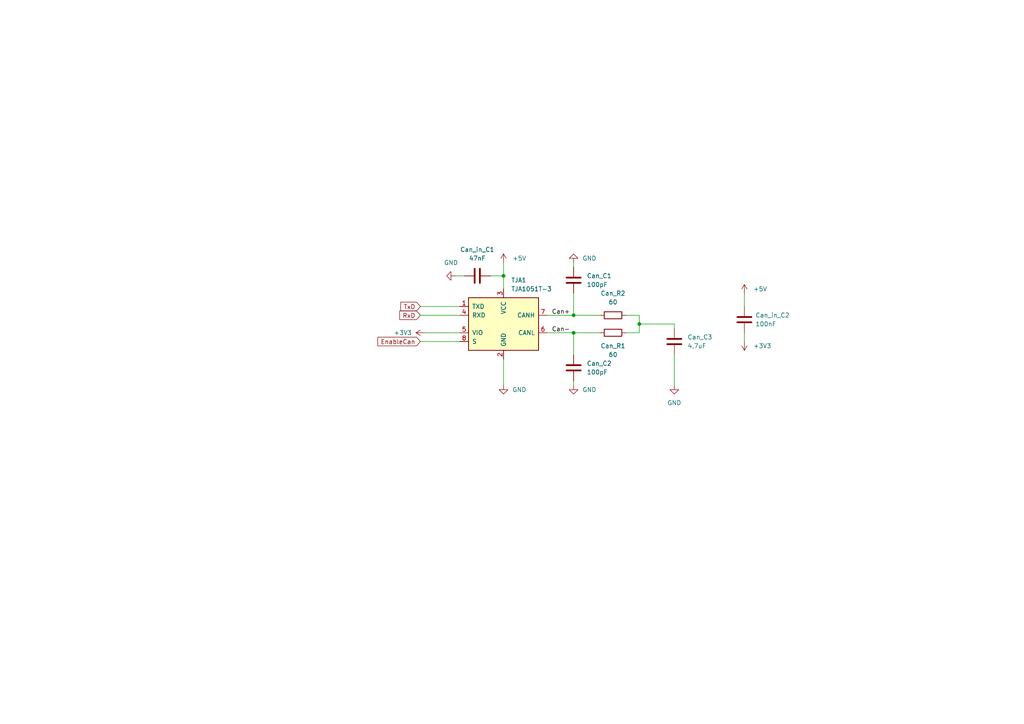
<source format=kicad_sch>
(kicad_sch (version 20231120) (generator "eeschema") (generator_version "8.0")
  (paper "A4")
  (title_block (title "Can with TJA1051") (date "2023-12-13") (rev "1.0") (comment 1 "Kariston Franzin"))
  (lib_symbols
    (symbol "Device:C" (pin_numbers hide) (pin_names (offset 0.254))
      (property "Reference" "C" (at 0.635 2.54 0))
      (property "Value" "C" (at 0.635 -2.54 0))
      (symbol "C_0_1"
        (polyline (pts (xy -2.032 -0.762) (xy 2.032 -0.762)) (stroke (width 0.508)))
        (polyline (pts (xy -2.032 0.762) (xy 2.032 0.762)) (stroke (width 0.508)))
      )
      (symbol "C_1_1"
        (pin passive line (at 0 3.81 270) (length 2.794) (name "~") (number "1"))
        (pin passive line (at 0 -3.81 90) (length 2.794) (name "~") (number "2"))
      )
    )
    (symbol "Device:R" (pin_numbers hide) (pin_names (offset 0))
      (property "Reference" "R" (at 2.032 0 90))
      (property "Value" "R" (at 0 0 90))
      (symbol "R_0_1"
        (rectangle (start -1.016 -2.54) (end 1.016 2.54) (stroke (width 0.254)))
      )
      (symbol "R_1_1"
        (pin passive line (at 0 3.81 270) (length 1.27) (name "~") (number "1"))
        (pin passive line (at 0 -3.81 90) (length 1.27) (name "~") (number "2"))
      )
    )
    (symbol "GND_1" (power) (pin_names (offset 0))
      (property "Value" "GND_1" (at 0 -3.81 0))
      (symbol "GND_1_0_1"
        (polyline (pts (xy 0 0) (xy 0 -1.27) (xy 1.27 -1.27) (xy 0 -2.54) (xy -1.27 -1.27) (xy 0 -1.27)))
      )
      (symbol "GND_1_1_1"
        (pin power_in line (at 0 0 270) (length 0) hide (name "GND") (number "1"))
      )
    )
    (symbol "Interface_CAN_LIN:TJA1051T-3" (pin_names (offset 1.016))
      (property "Reference" "U" (at -10.16 8.89 0))
      (property "Value" "TJA1051T-3" (at 1.27 8.89 0))
      (symbol "TJA1051T-3_0_1"
        (rectangle (start -10.16 7.62) (end 10.16 -7.62) (stroke (width 0.254)) (fill (type background)))
      )
      (symbol "TJA1051T-3_1_1"
        (pin input line (at -12.7 5.08 0) (length 2.54) (name "TXD") (number "1"))
        (pin power_in line (at 0 -10.16 90) (length 2.54) (name "GND") (number "2"))
        (pin power_in line (at 0 10.16 270) (length 2.54) (name "VCC") (number "3"))
        (pin output line (at -12.7 2.54 0) (length 2.54) (name "RXD") (number "4"))
        (pin power_in line (at -12.7 -2.54 0) (length 2.54) (name "VIO") (number "5"))
        (pin bidirectional line (at 12.7 -2.54 180) (length 2.54) (name "CANL") (number "6"))
        (pin bidirectional line (at 12.7 2.54 180) (length 2.54) (name "CANH") (number "7"))
        (pin input line (at -12.7 -5.08 0) (length 2.54) (name "S") (number "8"))
      )
    )
    (symbol "power:+3.3V" (power) (pin_names (offset 0))
      (property "Value" "+3.3V" (at 0 3.556 0))
      (symbol "+3.3V_0_1"
        (polyline (pts (xy -0.762 1.27) (xy 0 2.54)))
        (polyline (pts (xy 0 0) (xy 0 2.54)))
        (polyline (pts (xy 0 2.54) (xy 0.762 1.27)))
      )
      (symbol "+3.3V_1_1"
        (pin power_in line (at 0 0 90) (length 0) hide (name "+3V3") (number "1"))
      )
    )
    (symbol "power:+5V" (power) (pin_names (offset 0))
      (property "Value" "+5V" (at 0 3.556 0))
      (symbol "+5V_0_1"
        (polyline (pts (xy -0.762 1.27) (xy 0 2.54)))
        (polyline (pts (xy 0 0) (xy 0 2.54)))
        (polyline (pts (xy 0 2.54) (xy 0.762 1.27)))
      )
      (symbol "+5V_1_1"
        (pin power_in line (at 0 0 90) (length 0) hide (name "+5V") (number "1"))
      )
    )
  )
  (junction (at 185.42 93.98))
  (junction (at 146.05 80.01))
  (junction (at 166.37 96.52))
  (junction (at 166.37 91.44))
  (wire (pts (xy 173.99 96.52) (xy 166.37 96.52)))
  (wire (pts (xy 166.37 91.44) (xy 158.75 91.44)))
  (wire (pts (xy 142.24 80.01) (xy 146.05 80.01)))
  (wire (pts (xy 173.99 91.44) (xy 166.37 91.44)))
  (wire (pts (xy 121.92 99.06) (xy 133.35 99.06)))
  (wire (pts (xy 185.42 93.98) (xy 195.58 93.98)))
  (wire (pts (xy 166.37 111.76) (xy 166.37 110.49)))
  (wire (pts (xy 215.9 85.09) (xy 215.9 88.9)))
  (wire (pts (xy 181.61 91.44) (xy 185.42 91.44)))
  (wire (pts (xy 215.9 99.06) (xy 215.9 96.52)))
  (wire (pts (xy 185.42 93.98) (xy 185.42 96.52)))
  (wire (pts (xy 146.05 80.01) (xy 146.05 83.82)))
  (wire (pts (xy 121.92 91.44) (xy 133.35 91.44)))
  (wire (pts (xy 166.37 96.52) (xy 166.37 102.87)))
  (wire (pts (xy 195.58 102.87) (xy 195.58 111.76)))
  (wire (pts (xy 195.58 93.98) (xy 195.58 95.25)))
  (wire (pts (xy 146.05 111.76) (xy 146.05 104.14)))
  (wire (pts (xy 181.61 96.52) (xy 185.42 96.52)))
  (wire (pts (xy 146.05 76.2) (xy 146.05 80.01)))
  (wire (pts (xy 132.08 80.01) (xy 134.62 80.01)))
  (wire (pts (xy 166.37 76.2) (xy 166.37 77.47)))
  (wire (pts (xy 166.37 85.09) (xy 166.37 91.44)))
  (wire (pts (xy 185.42 91.44) (xy 185.42 93.98)))
  (wire (pts (xy 121.92 88.9) (xy 133.35 88.9)))
  (wire (pts (xy 123.19 96.52) (xy 133.35 96.52)))
  (wire (pts (xy 166.37 96.52) (xy 158.75 96.52)))
  (label "Can+" (at 160.02 91.44 0))
  (label "Can-" (at 160.02 96.52 0))
  (global_label "EnableCan" (shape input) (at 121.92 99.06 180) (property "Intersheetrefs" "${INTERSHEET_REFS}" (effects (hide yes))) (property "Referências entre as folhas" "${INTERSHEET_REFS}" (effects (hide yes))))
  (global_label "RxD" (shape input) (at 121.92 91.44 180) (property "Intersheetrefs" "${INTERSHEET_REFS}" (effects (hide yes))) (property "Referências entre as folhas" "${INTERSHEET_REFS}" (effects (hide yes))))
  (global_label "TxD" (shape input) (at 121.92 88.9 180) (property "Intersheetrefs" "${INTERSHEET_REFS}" (effects (hide yes))) (property "Referências entre as folhas" "${INTERSHEET_REFS}" (effects (hide yes))))
  (symbol (lib_id "power:+3.3V") (at 123.19 96.52 90) (unit 1)
    (property "Reference" "#PWR01" (effects (hide yes)))
    (property "Value" "+3V3" (at 116.84 96.52 90))
  )
  (symbol (lib_name "GND_1") (lib_id "power:GND") (at 166.37 76.2 180) (unit 1)
    (property "Reference" "#PWR05" (effects (hide yes)))
    (property "Value" "GND" (at 168.91 74.9299 0) (effects (justify right)))
  )
  (symbol (lib_id "power:+3.3V") (at 215.9 99.06 180) (unit 1)
    (property "Reference" "#PWR09" (effects (hide yes)))
    (property "Value" "+3V3" (at 218.44 100.3299 0) (effects (justify right)))
  )
  (symbol (lib_id "Device:C") (at 138.43 80.01 270) (unit 1)
    (property "Reference" "Can_in_C1" (at 138.43 72.39 90))
    (property "Value" "47nF" (at 138.43 74.93 90))
    (property "Footprint" "Capacitor_SMD:C_0603_1608Metric_Pad1.08x0.95mm_HandSolder" (effects (hide yes)))
  )
  (symbol (lib_id "Interface_CAN_LIN:TJA1051T-3") (at 146.05 93.98 0) (unit 1)
    (property "Reference" "TJA1" (at 148.2441 81.28 0) (effects (justify left)))
    (property "Value" "TJA1051T-3" (at 148.2441 83.82 0) (effects (justify left)))
    (property "Footprint" "Package_SO:SOIC-8_3.9x4.9mm_P1.27mm" (effects (hide yes)))
    (property "Datasheet" "http://www.nxp.com/documents/data_sheet/TJA1051.pdf" (effects (hide yes)))
  )
  (symbol (lib_id "Device:C") (at 166.37 106.68 180) (unit 1)
    (property "Reference" "Can_C2" (at 170.18 105.41 0) (effects (justify right)))
    (property "Value" "100pF" (at 170.18 107.95 0) (effects (justify right)))
    (property "Footprint" "Capacitor_SMD:C_0603_1608Metric_Pad1.08x0.95mm_HandSolder" (effects (hide yes)))
  )
  (symbol (lib_id "Device:C") (at 215.9 92.71 180) (unit 1)
    (property "Reference" "Can_in_C2" (at 219.075 91.44 0) (effects (justify right)))
    (property "Value" "100nF" (at 219.075 93.98 0) (effects (justify right)))
    (property "Footprint" "Capacitor_SMD:C_0603_1608Metric_Pad1.08x0.95mm_HandSolder" (effects (hide yes)))
  )
  (symbol (lib_id "power:+5V") (at 215.9 85.09 0) (unit 1)
    (property "Reference" "#PWR08" (effects (hide yes)))
    (property "Value" "+5V" (at 218.44 83.8199 0) (effects (justify left)))
  )
  (symbol (lib_id "Device:C") (at 195.58 99.06 180) (unit 1)
    (property "Reference" "Can_C3" (at 199.39 97.79 0) (effects (justify right)))
    (property "Value" "4,7uF" (at 199.39 100.33 0) (effects (justify right)))
    (property "Footprint" "Capacitor_SMD:C_0603_1608Metric_Pad1.08x0.95mm_HandSolder" (effects (hide yes)))
  )
  (symbol (lib_id "power:+5V") (at 146.05 76.2 0) (unit 1)
    (property "Reference" "#PWR03" (effects (hide yes)))
    (property "Value" "+5V" (at 148.59 74.9299 0) (effects (justify left)))
  )
  (symbol (lib_id "Device:R") (at 177.8 91.44 90) (unit 1)
    (property "Reference" "Can_R2" (at 177.8 85.09 90))
    (property "Value" "60" (at 177.8 87.63 90))
    (property "Footprint" "Resistor_SMD:R_0603_1608Metric_Pad0.98x0.95mm_HandSolder" (effects (hide yes)))
  )
  (symbol (lib_id "Device:C") (at 166.37 81.28 0) (unit 1)
    (property "Reference" "Can_C1" (at 170.18 80.01 0) (effects (justify left)))
    (property "Value" "100pF" (at 170.18 82.55 0) (effects (justify left)))
    (property "Footprint" "Capacitor_SMD:C_0603_1608Metric_Pad1.08x0.95mm_HandSolder" (effects (hide yes)))
  )
  (symbol (lib_id "Device:R") (at 177.8 96.52 90) (unit 1)
    (property "Reference" "Can_R1" (at 177.8 100.33 90))
    (property "Value" "60" (at 177.8 102.87 90))
    (property "Footprint" "Resistor_SMD:R_0603_1608Metric_Pad0.98x0.95mm_HandSolder" (effects (hide yes)))
  )
  (symbol (lib_name "GND_1") (lib_id "power:GND") (at 146.05 111.76 0) (unit 1)
    (property "Reference" "#PWR04" (effects (hide yes)))
    (property "Value" "GND" (at 148.59 113.0299 0) (effects (justify left)))
  )
  (symbol (lib_name "GND_1") (lib_id "power:GND") (at 166.37 111.76 0) (unit 1)
    (property "Reference" "#PWR06" (effects (hide yes)))
    (property "Value" "GND" (at 168.91 113.0299 0) (effects (justify left)))
  )
  (symbol (lib_name "GND_1") (lib_id "power:GND") (at 132.08 80.01 270) (unit 1)
    (property "Reference" "#PWR02" (effects (hide yes)))
    (property "Value" "GND" (at 130.81 76.2 90))
  )
  (symbol (lib_name "GND_1") (lib_id "power:GND") (at 195.58 111.76 0) (unit 1)
    (property "Reference" "#PWR07" (effects (hide yes)))
    (property "Value" "GND" (at 195.58 116.84 0))
  )
)
</source>
